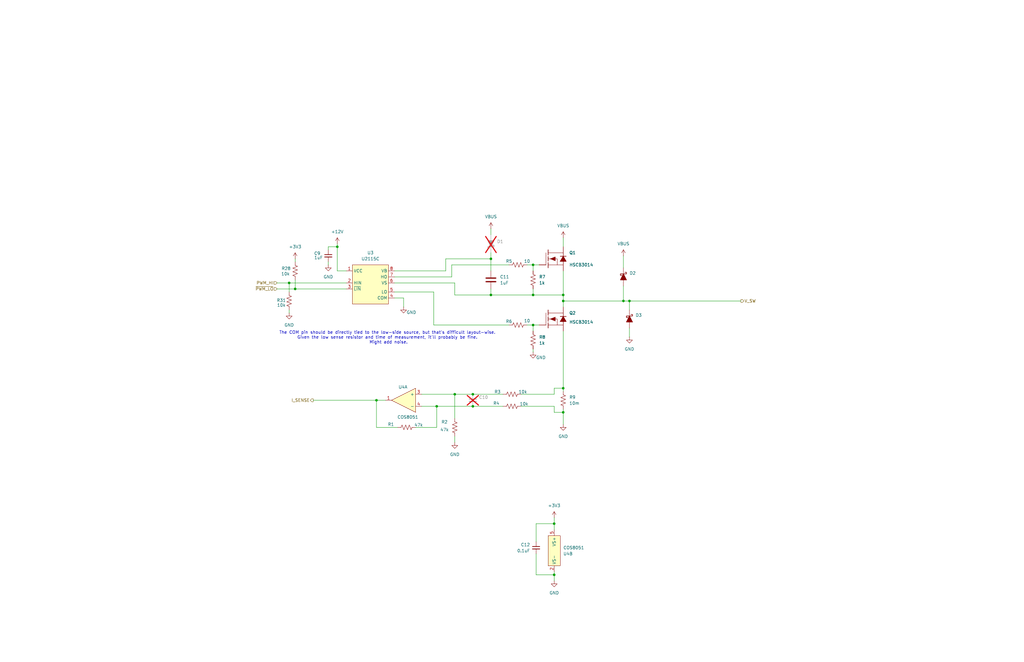
<source format=kicad_sch>
(kicad_sch (version 20231120) (generator "eeschema") (generator_version "8.0")
  (paper "B")
  (title_block (title "FreeWheel") (rev "001"))
  (lib_symbols
    (symbol "Device:C" (pin_numbers hide) (pin_names (offset 0.254))
      (property "Reference" "C" (at 0.635 2.54 0))
      (property "Value" "C" (at 0.635 -2.54 0))
      (symbol "C_0_1"
        (polyline (pts (xy -2.032 -0.762) (xy 2.032 -0.762)) (stroke (width 0.508)))
        (polyline (pts (xy -2.032 0.762) (xy 2.032 0.762)) (stroke (width 0.508)))
      )
      (symbol "C_1_1"
        (pin passive line (at 0 3.81 270) (length 2.794) (name "~") (number "1"))
        (pin passive line (at 0 -3.81 90) (length 2.794) (name "~") (number "2"))
      )
    )
    (symbol "Device:C_Small" (pin_numbers hide) (pin_names (offset 0.254) hide)
      (property "Reference" "C" (at 0.254 1.778 0))
      (property "Value" "C_Small" (at 0.254 -2.032 0))
      (symbol "C_Small_0_1"
        (polyline (pts (xy -1.524 -0.508) (xy 1.524 -0.508)) (stroke (width 0.3302)))
        (polyline (pts (xy -1.524 0.508) (xy 1.524 0.508)) (stroke (width 0.3048)))
      )
      (symbol "C_Small_1_1"
        (pin passive line (at 0 2.54 270) (length 2.032) (name "~") (number "1"))
        (pin passive line (at 0 -2.54 90) (length 2.032) (name "~") (number "2"))
      )
    )
    (symbol "Device:D_Schottky_Filled" (pin_numbers hide) (pin_names (offset 1.016) hide)
      (property "Reference" "D" (at 0 2.54 0))
      (property "Value" "D_Schottky_Filled" (at 0 -2.54 0))
      (symbol "D_Schottky_Filled_0_1"
        (polyline (pts (xy 1.27 0) (xy -1.27 0)))
        (polyline (pts (xy 1.27 1.27) (xy 1.27 -1.27) (xy -1.27 0) (xy 1.27 1.27)) (stroke (width 0.254)) (fill (type outline)))
        (polyline (pts (xy -1.905 0.635) (xy -1.905 1.27) (xy -1.27 1.27) (xy -1.27 -1.27) (xy -0.635 -1.27) (xy -0.635 -0.635)) (stroke (width 0.254)))
      )
      (symbol "D_Schottky_Filled_1_1"
        (pin passive line (at -3.81 0 0) (length 2.54) (name "K") (number "1"))
        (pin passive line (at 3.81 0 180) (length 2.54) (name "A") (number "2"))
      )
    )
    (symbol "Device:R_US" (pin_numbers hide) (pin_names (offset 0))
      (property "Reference" "R" (at 2.54 0 90))
      (property "Value" "R_US" (at -2.54 0 90))
      (symbol "R_US_0_1"
        (polyline (pts (xy 0 -2.286) (xy 0 -2.54)))
        (polyline (pts (xy 0 2.286) (xy 0 2.54)))
        (polyline (pts (xy 0 -0.762) (xy 1.016 -1.143) (xy 0 -1.524) (xy -1.016 -1.905) (xy 0 -2.286)))
        (polyline (pts (xy 0 0.762) (xy 1.016 0.381) (xy 0 0) (xy -1.016 -0.381) (xy 0 -0.762)))
        (polyline (pts (xy 0 2.286) (xy 1.016 1.905) (xy 0 1.524) (xy -1.016 1.143) (xy 0 0.762)))
      )
      (symbol "R_US_1_1"
        (pin passive line (at 0 3.81 270) (length 1.27) (name "~") (number "1"))
        (pin passive line (at 0 -3.81 90) (length 1.27) (name "~") (number "2"))
      )
    )
    (symbol "FreeWheel:COS8051_SOT"
      (property "Reference" "U" (at 0 0 0))
      (property "Value" "COS8051" (at -6.35 -20.32 0))
      (symbol "COS8051_SOT_1_0"
        (pin output line (at 12.7 -7.62 180) (length 2.54) (name "") (number "1"))
        (pin input line (at -2.54 -10.16 0) (length 2.54) (name "+") (number "3"))
        (pin input line (at -2.54 -5.08 0) (length 2.54) (name "-") (number "4"))
      )
      (symbol "COS8051_SOT_1_1"
        (polyline (pts (xy 0 -2.54) (xy 0 -12.7) (xy 10.16 -7.62) (xy 0 -2.54)) (fill (type background)))
      )
      (symbol "COS8051_SOT_2_0"
        (pin power_in line (at 1.27 -20.32 90) (length 2.54) (name "VS-") (number "2"))
        (pin power_in line (at 1.27 -2.54 270) (length 2.54) (name "VS+") (number "5"))
      )
      (symbol "COS8051_SOT_2_1"
        (rectangle (start -1.27 -5.08) (end 3.81 -17.78) (fill (type background)))
      )
    )
    (symbol "FreeWheel:HSC3014" (pin_numbers hide) (pin_names (offset 0) hide)
      (property "Reference" "Q" (at 7.62 2.54 0))
      (property "Value" "HSCB3014" (at 7.62 -2.54 0))
      (symbol "HSC3014_1_1"
        (polyline (pts (xy -2.1844 2.54) (xy -2.1844 -2.54)))
        (polyline (pts (xy -1.27 -1.5748) (xy -1.27 -3.81)) (stroke (width 0.254)))
        (polyline (pts (xy -1.27 0.9652) (xy -1.27 -0.9652)) (stroke (width 0.254)))
        (polyline (pts (xy -1.27 3.81) (xy -1.27 1.5748)) (stroke (width 0.254)))
        (polyline (pts (xy 5.08 -2.54) (xy -1.27 -2.54)))
        (polyline (pts (xy 5.08 2.54) (xy -1.27 2.54)))
        (polyline (pts (xy 6.3246 1.0668) (xy 3.8354 1.0668)) (stroke (width 0.254)))
        (polyline (pts (xy 2.54 -2.54) (xy 2.54 0) (xy -1.27 0)))
        (polyline (pts (xy 1.6977 -0.7753) (xy -0.2554 -0.0056) (xy 1.6977 0.7487) (xy 1.6977 -0.7753)) (stroke (width 0.254)) (fill (type outline)))
        (polyline (pts (xy 3.8354 -1.0668) (xy 5.08 1.0668) (xy 6.3246 -1.0668) (xy 3.8354 -1.0668)) (stroke (width 0.254)) (fill (type outline)))
        (pin passive line (at 5.08 5.08 270) (length 5.08) (name "D") (number "1"))
        (pin passive line (at 5.08 5.08 270) (length 5.08) hide (name "D") (number "2"))
        (pin passive line (at -5.08 -2.54 0) (length 2.8956) (name "G") (number "3"))
        (pin passive line (at 5.08 -5.08 90) (length 5.08) (name "S") (number "4"))
        (pin passive line (at 5.08 5.08 270) (length 5.08) hide (name "D") (number "5"))
        (pin passive line (at 5.08 5.08 270) (length 5.08) hide (name "D") (number "6"))
        (pin passive line (at 5.08 5.08 270) (length 5.08) hide (name "D") (number "7"))
        (pin passive line (at 5.08 -5.08 90) (length 5.08) hide (name "S") (number "8"))
      )
    )
    (symbol "FreeWheel:U2115C"
      (property "Reference" "U" (at 7.62 5.08 0))
      (property "Value" "U2115C" (at 10.16 -13.97 0))
      (symbol "U2115C_0_0"
        (pin power_in line (at 0 1.27 0) (length 2.54) (name "VCC") (number "1"))
        (pin input line (at 0 -3.81 0) (length 2.54) (name "HIN") (number "2"))
        (pin power_in line (at 20.32 -10.16 180) (length 2.54) (name "COM") (number "4"))
      )
      (symbol "U2115C_0_1"
        (rectangle (start 2.54 3.81) (end 17.78 -12.7) (fill (type background)))
      )
      (symbol "U2115C_1_0"
        (pin input line (at 0 -6.35 0) (length 2.54) (name "~{LIN}") (number "3"))
        (pin output line (at 20.32 -7.62 180) (length 2.54) (name "LO") (number "5"))
        (pin passive line (at 20.32 -3.81 180) (length 2.54) (name "VS") (number "6"))
        (pin output line (at 20.32 -1.27 180) (length 2.54) (name "HO") (number "7"))
        (pin passive line (at 20.32 1.27 180) (length 2.54) (name "VB") (number "8"))
      )
    )
    (symbol "power:+12V" (power) (pin_numbers hide) (pin_names (offset 0) hide)
      (property "Value" "+12V" (at 0 3.556 0))
      (symbol "+12V_0_1"
        (polyline (pts (xy -0.762 1.27) (xy 0 2.54)))
        (polyline (pts (xy 0 0) (xy 0 2.54)))
        (polyline (pts (xy 0 2.54) (xy 0.762 1.27)))
      )
      (symbol "+12V_1_1"
        (pin power_in line (at 0 0 90) (length 0) (name "~") (number "1"))
      )
    )
    (symbol "power:+3V3" (power) (pin_numbers hide) (pin_names (offset 0) hide)
      (property "Value" "+3V3" (at 0 3.556 0))
      (symbol "+3V3_0_1"
        (polyline (pts (xy -0.762 1.27) (xy 0 2.54)))
        (polyline (pts (xy 0 0) (xy 0 2.54)))
        (polyline (pts (xy 0 2.54) (xy 0.762 1.27)))
      )
      (symbol "+3V3_1_1"
        (pin power_in line (at 0 0 90) (length 0) (name "~") (number "1"))
      )
    )
    (symbol "power:GND" (power) (pin_numbers hide) (pin_names (offset 0) hide)
      (property "Value" "GND" (at 0 -3.81 0))
      (symbol "GND_0_1"
        (polyline (pts (xy 0 0) (xy 0 -1.27) (xy 1.27 -1.27) (xy 0 -2.54) (xy -1.27 -1.27) (xy 0 -1.27)))
      )
      (symbol "GND_1_1"
        (pin power_in line (at 0 0 270) (length 0) (name "~") (number "1"))
      )
    )
    (symbol "power:VBUS" (power) (pin_numbers hide) (pin_names (offset 0) hide)
      (property "Value" "VBUS" (at 0 3.556 0))
      (symbol "VBUS_0_1"
        (polyline (pts (xy -0.762 1.27) (xy 0 2.54)))
        (polyline (pts (xy 0 0) (xy 0 2.54)))
        (polyline (pts (xy 0 2.54) (xy 0.762 1.27)))
      )
      (symbol "VBUS_1_1"
        (pin power_in line (at 0 0 90) (length 0) (name "~") (number "1"))
      )
    )
  )
  (junction (at 207.01 124.46))
  (junction (at 199.39 166.37))
  (junction (at 121.92 119.38))
  (junction (at 142.24 104.14))
  (junction (at 237.49 127))
  (junction (at 262.89 127))
  (junction (at 224.79 124.46))
  (junction (at 124.46 121.92))
  (junction (at 233.68 242.57))
  (junction (at 237.49 124.46))
  (junction (at 224.79 137.16))
  (junction (at 224.79 111.76))
  (junction (at 191.77 166.37))
  (junction (at 199.39 171.45))
  (junction (at 265.43 127))
  (junction (at 233.68 220.98))
  (junction (at 207.01 109.22))
  (junction (at 158.75 168.91))
  (junction (at 184.15 171.45))
  (junction (at 237.49 173.99))
  (junction (at 237.49 163.83))
  (wire (pts (xy 184.15 180.34) (xy 184.15 171.45)))
  (wire (pts (xy 265.43 127) (xy 265.43 130.81)))
  (wire (pts (xy 121.92 130.81) (xy 121.92 132.08)))
  (wire (pts (xy 158.75 168.91) (xy 162.56 168.91)))
  (wire (pts (xy 182.88 137.16) (xy 214.63 137.16)))
  (wire (pts (xy 187.96 109.22) (xy 187.96 114.3)))
  (wire (pts (xy 191.77 184.15) (xy 191.77 186.69)))
  (wire (pts (xy 207.01 106.68) (xy 207.01 109.22)))
  (wire (pts (xy 187.96 114.3) (xy 166.37 114.3)))
  (wire (pts (xy 182.88 123.19) (xy 166.37 123.19)))
  (wire (pts (xy 237.49 163.83) (xy 237.49 165.1)))
  (wire (pts (xy 233.68 163.83) (xy 233.68 166.37)))
  (wire (pts (xy 116.84 119.38) (xy 121.92 119.38)))
  (wire (pts (xy 233.68 242.57) (xy 233.68 245.11)))
  (wire (pts (xy 207.01 96.52) (xy 207.01 99.06)))
  (wire (pts (xy 262.89 107.95) (xy 262.89 113.03)))
  (wire (pts (xy 219.71 171.45) (xy 233.68 171.45)))
  (wire (pts (xy 170.18 125.73) (xy 170.18 129.54)))
  (wire (pts (xy 191.77 124.46) (xy 207.01 124.46)))
  (wire (pts (xy 237.49 127) (xy 237.49 129.54)))
  (wire (pts (xy 191.77 166.37) (xy 191.77 176.53)))
  (wire (pts (xy 237.49 127) (xy 262.89 127)))
  (wire (pts (xy 166.37 116.84) (xy 190.5 116.84)))
  (wire (pts (xy 199.39 171.45) (xy 212.09 171.45)))
  (wire (pts (xy 237.49 139.7) (xy 237.49 163.83)))
  (wire (pts (xy 138.43 105.41) (xy 138.43 104.14)))
  (wire (pts (xy 237.49 172.72) (xy 237.49 173.99)))
  (wire (pts (xy 142.24 102.87) (xy 142.24 104.14)))
  (wire (pts (xy 132.08 168.91) (xy 158.75 168.91)))
  (wire (pts (xy 166.37 125.73) (xy 170.18 125.73)))
  (wire (pts (xy 191.77 119.38) (xy 191.77 124.46)))
  (wire (pts (xy 222.25 137.16) (xy 224.79 137.16)))
  (wire (pts (xy 226.06 242.57) (xy 233.68 242.57)))
  (wire (pts (xy 237.49 100.33) (xy 237.49 104.14)))
  (wire (pts (xy 237.49 124.46) (xy 237.49 127)))
  (wire (pts (xy 116.84 121.92) (xy 124.46 121.92)))
  (wire (pts (xy 184.15 171.45) (xy 199.39 171.45)))
  (wire (pts (xy 233.68 218.44) (xy 233.68 220.98)))
  (wire (pts (xy 124.46 118.11) (xy 124.46 121.92)))
  (wire (pts (xy 233.68 220.98) (xy 226.06 220.98)))
  (wire (pts (xy 224.79 111.76) (xy 227.33 111.76)))
  (wire (pts (xy 226.06 233.68) (xy 226.06 242.57)))
  (wire (pts (xy 233.68 163.83) (xy 237.49 163.83)))
  (wire (pts (xy 207.01 109.22) (xy 207.01 114.3)))
  (wire (pts (xy 166.37 119.38) (xy 191.77 119.38)))
  (wire (pts (xy 224.79 111.76) (xy 224.79 114.3)))
  (wire (pts (xy 224.79 121.92) (xy 224.79 124.46)))
  (wire (pts (xy 237.49 173.99) (xy 237.49 179.07)))
  (wire (pts (xy 124.46 109.22) (xy 124.46 110.49)))
  (wire (pts (xy 121.92 119.38) (xy 146.05 119.38)))
  (wire (pts (xy 262.89 127) (xy 265.43 127)))
  (wire (pts (xy 177.8 166.37) (xy 191.77 166.37)))
  (wire (pts (xy 187.96 109.22) (xy 207.01 109.22)))
  (wire (pts (xy 233.68 241.3) (xy 233.68 242.57)))
  (wire (pts (xy 233.68 171.45) (xy 233.68 173.99)))
  (wire (pts (xy 222.25 111.76) (xy 224.79 111.76)))
  (wire (pts (xy 190.5 111.76) (xy 214.63 111.76)))
  (wire (pts (xy 182.88 137.16) (xy 182.88 123.19)))
  (wire (pts (xy 233.68 220.98) (xy 233.68 223.52)))
  (wire (pts (xy 224.79 139.7) (xy 224.79 137.16)))
  (wire (pts (xy 121.92 119.38) (xy 121.92 123.19)))
  (wire (pts (xy 138.43 110.49) (xy 138.43 111.76)))
  (wire (pts (xy 167.64 180.34) (xy 158.75 180.34)))
  (wire (pts (xy 226.06 220.98) (xy 226.06 228.6)))
  (wire (pts (xy 233.68 166.37) (xy 219.71 166.37)))
  (wire (pts (xy 262.89 120.65) (xy 262.89 127)))
  (wire (pts (xy 224.79 137.16) (xy 227.33 137.16)))
  (wire (pts (xy 207.01 124.46) (xy 224.79 124.46)))
  (wire (pts (xy 191.77 166.37) (xy 199.39 166.37)))
  (wire (pts (xy 142.24 104.14) (xy 142.24 114.3)))
  (wire (pts (xy 177.8 171.45) (xy 184.15 171.45)))
  (wire (pts (xy 124.46 121.92) (xy 146.05 121.92)))
  (wire (pts (xy 224.79 148.59) (xy 224.79 147.32)))
  (wire (pts (xy 207.01 121.92) (xy 207.01 124.46)))
  (wire (pts (xy 138.43 104.14) (xy 142.24 104.14)))
  (wire (pts (xy 199.39 166.37) (xy 212.09 166.37)))
  (wire (pts (xy 224.79 124.46) (xy 237.49 124.46)))
  (wire (pts (xy 265.43 127) (xy 312.42 127)))
  (wire (pts (xy 158.75 180.34) (xy 158.75 168.91)))
  (wire (pts (xy 237.49 114.3) (xy 237.49 124.46)))
  (wire (pts (xy 233.68 173.99) (xy 237.49 173.99)))
  (wire (pts (xy 175.26 180.34) (xy 184.15 180.34)))
  (wire (pts (xy 146.05 114.3) (xy 142.24 114.3)))
  (wire (pts (xy 190.5 116.84) (xy 190.5 111.76)))
  (wire (pts (xy 265.43 138.43) (xy 265.43 142.24)))
  (text "The COM pin should be directly tied to the low-side source, but that's difficult layout-wise. \nGiven the low sense resistor and time of measurement, it'll probably be fine. \nMight add noise.\n" (at 163.83 142.494 0) (effects (font (size 1.27 1.27))))
  (hierarchical_label "~{PWM_LO}" (shape input) (at 116.84 121.92 180))
  (hierarchical_label "V_SW" (shape output) (at 312.42 127 0))
  (hierarchical_label "I_SENSE" (shape output) (at 132.08 168.91 180))
  (hierarchical_label "PWM_HI" (shape input) (at 116.84 119.38 180))
  (symbol (lib_id "power:GND") (at 237.49 179.07 0) (unit 1)
    (property "Reference" "#PWR011" (effects (hide yes)))
    (property "Value" "GND" (at 237.49 184.15 0))
    (property "Description" "Power symbol creates a global label with name \"GND\" , ground" (effects (hide yes)))
    (instances (project "low_cost_bldc" (path "" (reference "#PWR011") (unit 1)) (path "" (reference "#PWR022") (unit 1)) (path "" (reference "#PWR033") (unit 1))))
  )
  (symbol (lib_id "Device:C_Small") (at 226.06 231.14 0) (mirror y) (unit 1)
    (property "Reference" "C12" (at 223.52 229.8762 0) (effects (justify left)))
    (property "Value" "0.1uF" (at 223.52 232.4162 0) (effects (justify left)))
    (property "Footprint" "Capacitor_SMD:C_0402_1005Metric" (effects (hide yes)))
    (property "Description" "Unpolarized capacitor, small symbol" (effects (hide yes)))
    (instances (project "low_cost_bldc" (path "" (reference "C12") (unit 1)) (path "" (reference "C16") (unit 1)) (path "" (reference "C20") (unit 1))))
  )
  (symbol (lib_id "power:GND") (at 191.77 186.69 0) (unit 1)
    (property "Reference" "#PWR05" (effects (hide yes)))
    (property "Value" "GND" (at 191.77 191.77 0))
    (property "Description" "Power symbol creates a global label with name \"GND\" , ground" (effects (hide yes)))
    (instances (project "low_cost_bldc" (path "" (reference "#PWR05") (unit 1)) (path "" (reference "#PWR016") (unit 1)) (path "" (reference "#PWR027") (unit 1))))
  )
  (symbol (lib_id "power:+12V") (at 142.24 102.87 0) (unit 1)
    (property "Reference" "#PWR04" (effects (hide yes)))
    (property "Value" "+12V" (at 142.24 97.79 0))
    (property "Description" "Power symbol creates a global label with name \"+12V\"" (effects (hide yes)))
    (instances (project "low_cost_bldc" (path "" (reference "#PWR04") (unit 1)) (path "" (reference "#PWR015") (unit 1)) (path "" (reference "#PWR026") (unit 1))))
  )
  (symbol (lib_id "FreeWheel:HSC3014") (at 232.41 109.22 0) (unit 1)
    (property "Reference" "Q1" (at 240.03 106.6799 0) (effects (justify left)))
    (property "Value" "HSCB3014" (at 240.03 111.7599 0) (effects (justify left)))
    (property "Footprint" "FreeWheel:DFN-6-1EP_2x2mm_P0.65mm_2xEP" (effects (hide yes)))
    (property "Datasheet" "https://www.lcsc.com/datasheet/lcsc_datasheet_2407111423_HUASHUO-HSCB3014_C28314513.pdf" (effects (hide yes)))
    (property "Description" "N-Channel, Current:10A, Voltage:30V" (effects (hide yes)))
    (instances (project "low_cost_bldc" (path "" (reference "Q1") (unit 1)) (path "" (reference "Q3") (unit 1)) (path "" (reference "Q5") (unit 1))))
  )
  (symbol (lib_id "FreeWheel:U2115C") (at 146.05 115.57 0) (unit 1)
    (property "Reference" "U3" (at 156.21 106.68 0))
    (property "Value" "U2115C" (at 156.21 109.22 0))
    (property "Footprint" "Package_SO:SOP-8_3.9x4.9mm_P1.27mm" (effects (hide yes)))
    (property "Datasheet" "https://www.lcsc.com/datasheet/lcsc_datasheet_2411261517_UNI-SEMIC-U2115C_C41374691.pdf" (effects (hide yes)))
    (property "Description" "Half Bridge 2 1.2A 50ns 25ns 5V~20V 1A SOP-8 Gate Drivers ROHS" (effects (hide yes)))
    (instances (project "low_cost_bldc" (path "" (reference "U3") (unit 1)) (path "" (reference "U5") (unit 1)) (path "" (reference "U7") (unit 1))))
  )
  (symbol (lib_id "FreeWheel:COS8051_SOT") (at 175.26 176.53 180) (unit 1)
    (property "Reference" "U4" (at 169.926 163.322 0))
    (property "Value" "COS8051" (at 171.958 176.022 0))
    (property "Footprint" "Package_TO_SOT_SMD:SOT-23-5" (effects (hide yes)))
    (property "Datasheet" "https://www.lcsc.com/datasheet/lcsc_datasheet_2411121057_COSINE-COS8054SOP_C7463387.pdf" (effects (hide yes)))
    (property "Description" "Single channel 2.5pA 150V/us 250MHz 5mV SOT23-5 Operational Amplifier ROHS" (effects (hide yes)))
    (instances (project "low_cost_bldc" (path "" (reference "U4") (unit 1)) (path "" (reference "U6") (unit 1)) (path "" (reference "U8") (unit 1))))
  )
  (symbol (lib_id "power:GND") (at 233.68 245.11 0) (unit 1)
    (property "Reference" "#PWR09" (effects (hide yes)))
    (property "Value" "GND" (at 233.68 250.19 0))
    (property "Description" "Power symbol creates a global label with name \"GND\" , ground" (effects (hide yes)))
    (instances (project "low_cost_bldc" (path "" (reference "#PWR09") (unit 1)) (path "" (reference "#PWR020") (unit 1)) (path "" (reference "#PWR031") (unit 1))))
  )
  (symbol (lib_id "Device:C_Small") (at 199.39 168.91 0) (unit 1) (dnp yes)
    (property "Reference" "C10" (at 201.93 167.6462 0) (effects (justify left)))
    (property "Value" "C_Small" (effects (hide yes)))
    (property "Footprint" "Capacitor_SMD:C_0402_1005Metric" (effects (hide yes)))
    (property "Description" "Unpolarized capacitor, small symbol" (effects (hide yes)))
    (instances (project "low_cost_bldc" (path "" (reference "C10") (unit 1)) (path "" (reference "C14") (unit 1)) (path "" (reference "C18") (unit 1))))
  )
  (symbol (lib_id "Device:R_US") (at 171.45 180.34 90) (unit 1)
    (property "Reference" "R1" (at 164.846 179.07 90))
    (property "Value" "47k" (at 176.53 179.324 90))
    (property "Footprint" "Resistor_SMD:R_0402_1005Metric" (effects (hide yes)))
    (property "Description" "Resistor, US symbol" (effects (hide yes)))
    (instances (project "low_cost_bldc" (path "" (reference "R1") (unit 1)) (path "" (reference "R10") (unit 1)) (path "" (reference "R19") (unit 1))))
  )
  (symbol (lib_id "Device:R_US") (at 218.44 111.76 90) (unit 1)
    (property "Reference" "R5" (at 214.63 110.236 90))
    (property "Value" "10" (at 222.25 110.236 90))
    (property "Footprint" "Resistor_SMD:R_0402_1005Metric" (effects (hide yes)))
    (property "Description" "Resistor, US symbol" (effects (hide yes)))
    (instances (project "low_cost_bldc" (path "" (reference "R5") (unit 1)) (path "" (reference "R14") (unit 1)) (path "" (reference "R23") (unit 1))))
  )
  (symbol (lib_id "Device:R_US") (at 215.9 166.37 90) (unit 1)
    (property "Reference" "R3" (at 209.804 165.354 90))
    (property "Value" "10k" (at 220.472 165.354 90))
    (property "Footprint" "Resistor_SMD:R_0402_1005Metric" (effects (hide yes)))
    (property "Description" "Resistor, US symbol" (effects (hide yes)))
    (instances (project "low_cost_bldc" (path "" (reference "R3") (unit 1)) (path "" (reference "R12") (unit 1)) (path "" (reference "R21") (unit 1))))
  )
  (symbol (lib_id "Device:R_US") (at 121.92 127 180) (unit 1)
    (property "Reference" "R31" (at 118.618 126.746 0))
    (property "Value" "10k" (at 118.618 128.778 0))
    (property "Footprint" "Resistor_SMD:R_0402_1005Metric" (effects (hide yes)))
    (property "Description" "Resistor, US symbol" (effects (hide yes)))
    (instances (project "low_cost_bldc" (path "" (reference "R31") (unit 1)) (path "" (reference "R32") (unit 1)) (path "" (reference "R33") (unit 1))))
  )
  (symbol (lib_id "Device:C_Small") (at 138.43 107.95 0) (mirror y) (unit 1)
    (property "Reference" "C9" (at 135.128 106.934 0) (effects (justify left)))
    (property "Value" "1uF" (at 136.144 108.712 0) (effects (justify left)))
    (property "Footprint" "Capacitor_SMD:C_0603_1608Metric" (effects (hide yes)))
    (property "Description" "Unpolarized capacitor, small symbol" (effects (hide yes)))
    (instances (project "low_cost_bldc" (path "" (reference "C9") (unit 1)) (path "" (reference "C13") (unit 1)) (path "" (reference "C17") (unit 1))))
  )
  (symbol (lib_id "Device:R_US") (at 215.9 171.45 90) (unit 1)
    (property "Reference" "R4" (at 209.296 170.18 90))
    (property "Value" "10k" (at 220.98 170.434 90))
    (property "Footprint" "Resistor_SMD:R_0402_1005Metric" (effects (hide yes)))
    (property "Description" "Resistor, US symbol" (effects (hide yes)))
    (instances (project "low_cost_bldc" (path "" (reference "R4") (unit 1)) (path "" (reference "R13") (unit 1)) (path "" (reference "R22") (unit 1))))
  )
  (symbol (lib_id "power:VBUS") (at 262.89 107.95 0) (unit 1)
    (property "Reference" "#PWR012" (effects (hide yes)))
    (property "Value" "VBUS" (at 262.89 102.87 0))
    (property "Description" "Power symbol creates a global label with name \"VBUS\"" (effects (hide yes)))
    (instances (project "low_cost_bldc" (path "" (reference "#PWR012") (unit 1)) (path "" (reference "#PWR023") (unit 1)) (path "" (reference "#PWR034") (unit 1))))
  )
  (symbol (lib_id "power:GND") (at 138.43 111.76 0) (unit 1)
    (property "Reference" "#PWR03" (effects (hide yes)))
    (property "Value" "GND" (at 138.43 116.84 0))
    (property "Description" "Power symbol creates a global label with name \"GND\" , ground" (effects (hide yes)))
    (instances (project "low_cost_bldc" (path "" (reference "#PWR03") (unit 1)) (path "" (reference "#PWR014") (unit 1)) (path "" (reference "#PWR025") (unit 1))))
  )
  (symbol (lib_id "Device:D_Schottky_Filled") (at 262.89 116.84 270) (unit 1)
    (property "Reference" "D2" (at 265.43 115.2524 90) (effects (justify left)))
    (property "Value" "D_Schottky_Filled" (effects (hide yes)))
    (property "Footprint" "Diode_SMD:D_SOD-323F" (effects (hide yes)))
    (property "Description" "Schottky diode, filled shape" (effects (hide yes)))
    (instances (project "low_cost_bldc" (path "" (reference "D2") (unit 1)) (path "" (reference "D5") (unit 1)) (path "" (reference "D8") (unit 1))))
  )
  (symbol (lib_id "power:VBUS") (at 237.49 100.33 0) (unit 1)
    (property "Reference" "#PWR010" (effects (hide yes)))
    (property "Value" "VBUS" (at 237.49 95.25 0))
    (property "Description" "Power symbol creates a global label with name \"VBUS\"" (effects (hide yes)))
    (instances (project "low_cost_bldc" (path "" (reference "#PWR010") (unit 1)) (path "" (reference "#PWR021") (unit 1)) (path "" (reference "#PWR032") (unit 1))))
  )
  (symbol (lib_id "Device:R_US") (at 191.77 180.34 180) (unit 1)
    (property "Reference" "R2" (at 187.452 178.054 0))
    (property "Value" "47k" (at 187.452 181.356 0))
    (property "Footprint" "Resistor_SMD:R_0402_1005Metric" (effects (hide yes)))
    (property "Description" "Resistor, US symbol" (effects (hide yes)))
    (instances (project "low_cost_bldc" (path "" (reference "R2") (unit 1)) (path "" (reference "R11") (unit 1)) (path "" (reference "R20") (unit 1))))
  )
  (symbol (lib_id "Device:D_Schottky_Filled") (at 265.43 134.62 270) (unit 1)
    (property "Reference" "D3" (at 267.97 133.0324 90) (effects (justify left)))
    (property "Value" "D_Schottky_Filled" (effects (hide yes)))
    (property "Footprint" "Diode_SMD:D_SOD-323F" (effects (hide yes)))
    (property "Description" "Schottky diode, filled shape" (effects (hide yes)))
    (instances (project "low_cost_bldc" (path "" (reference "D3") (unit 1)) (path "" (reference "D6") (unit 1)) (path "" (reference "D9") (unit 1))))
  )
  (symbol (lib_id "power:GND") (at 170.18 129.54 0) (unit 1)
    (property "Reference" "#PWR036" (effects (hide yes)))
    (property "Value" "GND" (at 173.482 131.826 0))
    (property "Description" "Power symbol creates a global label with name \"GND\" , ground" (effects (hide yes)))
    (instances (project "low_cost_bldc" (path "" (reference "#PWR036") (unit 1)) (path "" (reference "#PWR037") (unit 1)) (path "" (reference "#PWR038") (unit 1))))
  )
  (symbol (lib_id "power:GND") (at 121.92 132.08 0) (unit 1)
    (property "Reference" "#PWR039" (effects (hide yes)))
    (property "Value" "GND" (at 121.92 137.16 0))
    (property "Description" "Power symbol creates a global label with name \"GND\" , ground" (effects (hide yes)))
    (instances (project "low_cost_bldc" (path "" (reference "#PWR039") (unit 1)) (path "" (reference "#PWR040") (unit 1)) (path "" (reference "#PWR041") (unit 1))))
  )
  (symbol (lib_id "Device:R_US") (at 124.46 114.3 180) (unit 1)
    (property "Reference" "R28" (at 120.65 113.284 0))
    (property "Value" "10k" (at 120.396 115.57 0))
    (property "Footprint" "Resistor_SMD:R_0402_1005Metric" (effects (hide yes)))
    (property "Description" "Resistor, US symbol" (effects (hide yes)))
    (instances (project "low_cost_bldc" (path "" (reference "R28") (unit 1)) (path "" (reference "R29") (unit 1)) (path "" (reference "R30") (unit 1))))
  )
  (symbol (lib_id "Device:R_US") (at 224.79 118.11 0) (unit 1)
    (property "Reference" "R7" (at 227.33 116.8399 0) (effects (justify left)))
    (property "Value" "1k" (at 227.33 119.3799 0) (effects (justify left)))
    (property "Footprint" "Resistor_SMD:R_0402_1005Metric" (effects (hide yes)))
    (property "Description" "Resistor, US symbol" (effects (hide yes)))
    (instances (project "low_cost_bldc" (path "" (reference "R7") (unit 1)) (path "" (reference "R16") (unit 1)) (path "" (reference "R25") (unit 1))))
  )
  (symbol (lib_id "Device:R_US") (at 218.44 137.16 90) (unit 1)
    (property "Reference" "R6" (at 214.63 135.636 90))
    (property "Value" "10" (at 222.25 135.382 90))
    (property "Footprint" "Resistor_SMD:R_0402_1005Metric" (effects (hide yes)))
    (property "Description" "Resistor, US symbol" (effects (hide yes)))
    (instances (project "low_cost_bldc" (path "" (reference "R6") (unit 1)) (path "" (reference "R15") (unit 1)) (path "" (reference "R24") (unit 1))))
  )
  (symbol (lib_id "power:+3V3") (at 124.46 109.22 0) (unit 1)
    (property "Reference" "#PWR042" (effects (hide yes)))
    (property "Value" "+3V3" (at 124.46 104.14 0))
    (property "Description" "Power symbol creates a global label with name \"+3V3\"" (effects (hide yes)))
    (instances (project "" (path "" (reference "#PWR042") (unit 1)) (path "" (reference "#PWR043") (unit 1)) (path "" (reference "#PWR044") (unit 1))))
  )
  (symbol (lib_id "power:+3V3") (at 233.68 218.44 0) (unit 1)
    (property "Reference" "#PWR08" (effects (hide yes)))
    (property "Value" "+3V3" (at 233.68 213.36 0))
    (property "Description" "Power symbol creates a global label with name \"+3V3\"" (effects (hide yes)))
    (instances (project "low_cost_bldc" (path "" (reference "#PWR08") (unit 1)) (path "" (reference "#PWR019") (unit 1)) (path "" (reference "#PWR030") (unit 1))))
  )
  (symbol (lib_id "FreeWheel:COS8051_SOT") (at 234.95 220.98 0) (mirror y) (unit 2)
    (property "Reference" "U4" (at 237.49 233.6801 0) (effects (justify right)))
    (property "Value" "COS8051" (at 237.49 231.1401 0) (effects (justify right)))
    (property "Footprint" "Package_TO_SOT_SMD:SOT-23-5" (effects (hide yes)))
    (property "Datasheet" "https://www.lcsc.com/datasheet/lcsc_datasheet_2411121057_COSINE-COS8054SOP_C7463387.pdf" (effects (hide yes)))
    (property "Description" "Single channel 2.5pA 150V/us 250MHz 5mV SOT23-5 Operational Amplifier ROHS" (effects (hide yes)))
    (instances (project "low_cost_bldc" (path "" (reference "U4") (unit 2)) (path "" (reference "U6") (unit 2)) (path "" (reference "U8") (unit 2))))
  )
  (symbol (lib_id "power:VBUS") (at 207.01 96.52 0) (unit 1)
    (property "Reference" "#PWR06" (effects (hide yes)))
    (property "Value" "VBUS" (at 207.01 91.44 0))
    (property "Description" "Power symbol creates a global label with name \"VBUS\"" (effects (hide yes)))
    (instances (project "low_cost_bldc" (path "" (reference "#PWR06") (unit 1)) (path "" (reference "#PWR017") (unit 1)) (path "" (reference "#PWR028") (unit 1))))
  )
  (symbol (lib_id "power:GND") (at 265.43 142.24 0) (unit 1)
    (property "Reference" "#PWR013" (effects (hide yes)))
    (property "Value" "GND" (at 265.43 147.32 0))
    (property "Description" "Power symbol creates a global label with name \"GND\" , ground" (effects (hide yes)))
    (instances (project "low_cost_bldc" (path "" (reference "#PWR013") (unit 1)) (path "" (reference "#PWR024") (unit 1)) (path "" (reference "#PWR035") (unit 1))))
  )
  (symbol (lib_id "Device:C") (at 207.01 118.11 0) (unit 1)
    (property "Reference" "C11" (at 210.82 116.8399 0) (effects (justify left)))
    (property "Value" "1uF" (at 210.82 119.3799 0) (effects (justify left)))
    (property "Footprint" "Capacitor_SMD:C_0603_1608Metric" (effects (hide yes)))
    (property "Description" "Unpolarized capacitor" (effects (hide yes)))
    (instances (project "low_cost_bldc" (path "" (reference "C11") (unit 1)) (path "" (reference "C15") (unit 1)) (path "" (reference "C19") (unit 1))))
  )
  (symbol (lib_id "Device:D_Schottky_Filled") (at 207.01 102.87 90) (unit 1) (dnp yes)
    (property "Reference" "D1" (at 209.55 101.9174 90) (effects (justify right)))
    (property "Value" "D_Schottky_Filled" (effects (hide yes)))
    (property "Footprint" "Diode_SMD:D_0402_1005Metric" (effects (hide yes)))
    (property "Description" "Schottky diode, filled shape" (effects (hide yes)))
    (instances (project "low_cost_bldc" (path "" (reference "D1") (unit 1)) (path "" (reference "D4") (unit 1)) (path "" (reference "D7") (unit 1))))
  )
  (symbol (lib_id "Device:R_US") (at 237.49 168.91 0) (unit 1)
    (property "Reference" "R9" (at 240.03 167.6399 0) (effects (justify left)))
    (property "Value" "10m" (at 240.03 170.1799 0) (effects (justify left)))
    (property "Footprint" "Resistor_SMD:R_0603_1608Metric" (effects (hide yes)))
    (property "Description" "Resistor, US symbol" (effects (hide yes)))
    (instances (project "low_cost_bldc" (path "" (reference "R9") (unit 1)) (path "" (reference "R18") (unit 1)) (path "" (reference "R27") (unit 1))))
  )
  (symbol (lib_id "Device:R_US") (at 224.79 143.51 0) (unit 1)
    (property "Reference" "R8" (at 227.33 142.2399 0) (effects (justify left)))
    (property "Value" "1k" (at 227.33 144.7799 0) (effects (justify left)))
    (property "Footprint" "Resistor_SMD:R_0402_1005Metric" (effects (hide yes)))
    (property "Description" "Resistor, US symbol" (effects (hide yes)))
    (instances (project "low_cost_bldc" (path "" (reference "R8") (unit 1)) (path "" (reference "R17") (unit 1)) (path "" (reference "R26") (unit 1))))
  )
  (symbol (lib_id "FreeWheel:HSC3014") (at 232.41 134.62 0) (unit 1)
    (property "Reference" "Q2" (at 240.03 132.0799 0) (effects (justify left)))
    (property "Value" "HSCB3014" (at 240.03 135.8899 0) (effects (justify left)))
    (property "Footprint" "FreeWheel:DFN-6-1EP_2x2mm_P0.65mm_2xEP" (effects (hide yes)))
    (property "Datasheet" "https://www.lcsc.com/datasheet/lcsc_datasheet_2407111423_HUASHUO-HSCB3014_C28314513.pdf" (effects (hide yes)))
    (property "Description" "N-Channel, Current:10A, Voltage:30V" (effects (hide yes)))
    (instances (project "low_cost_bldc" (path "" (reference "Q2") (unit 1)) (path "" (reference "Q4") (unit 1)) (path "" (reference "Q6") (unit 1))))
  )
  (symbol (lib_id "power:GND") (at 224.79 148.59 0) (unit 1)
    (property "Reference" "#PWR07" (effects (hide yes)))
    (property "Value" "GND" (at 228.092 150.876 0))
    (property "Description" "Power symbol creates a global label with name \"GND\" , ground" (effects (hide yes)))
    (instances (project "low_cost_bldc" (path "" (reference "#PWR07") (unit 1)) (path "" (reference "#PWR018") (unit 1)) (path "" (reference "#PWR029") (unit 1))))
  )
)
</source>
